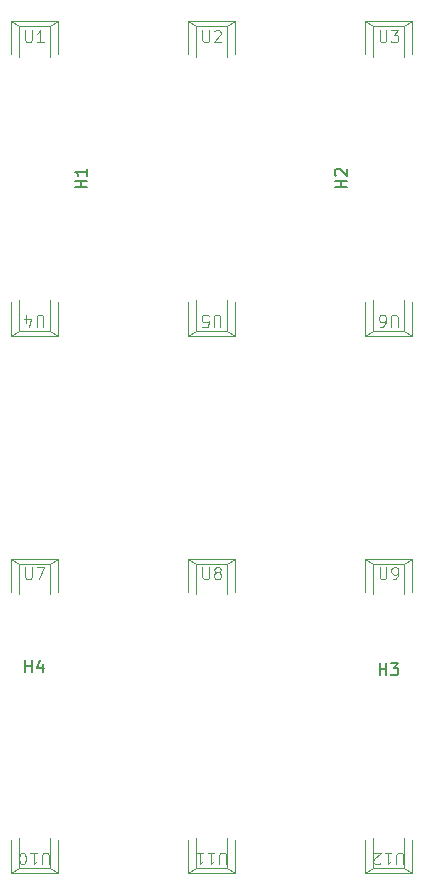
<source format=gbr>
%TF.GenerationSoftware,KiCad,Pcbnew,9.0.2*%
%TF.CreationDate,2025-06-15T15:12:45-06:00*%
%TF.ProjectId,Logic board magnetic sensor,4c6f6769-6320-4626-9f61-7264206d6167,rev?*%
%TF.SameCoordinates,Original*%
%TF.FileFunction,Legend,Top*%
%TF.FilePolarity,Positive*%
%FSLAX46Y46*%
G04 Gerber Fmt 4.6, Leading zero omitted, Abs format (unit mm)*
G04 Created by KiCad (PCBNEW 9.0.2) date 2025-06-15 15:12:45*
%MOMM*%
%LPD*%
G01*
G04 APERTURE LIST*
%ADD10C,0.100000*%
%ADD11C,0.150000*%
G04 APERTURE END LIST*
D10*
X154238094Y-105332580D02*
X154238094Y-104523057D01*
X154238094Y-104523057D02*
X154190475Y-104427819D01*
X154190475Y-104427819D02*
X154142856Y-104380200D01*
X154142856Y-104380200D02*
X154047618Y-104332580D01*
X154047618Y-104332580D02*
X153857142Y-104332580D01*
X153857142Y-104332580D02*
X153761904Y-104380200D01*
X153761904Y-104380200D02*
X153714285Y-104427819D01*
X153714285Y-104427819D02*
X153666666Y-104523057D01*
X153666666Y-104523057D02*
X153666666Y-105332580D01*
X152666666Y-104332580D02*
X153238094Y-104332580D01*
X152952380Y-104332580D02*
X152952380Y-105332580D01*
X152952380Y-105332580D02*
X153047618Y-105189723D01*
X153047618Y-105189723D02*
X153142856Y-105094485D01*
X153142856Y-105094485D02*
X153238094Y-105046866D01*
X152285713Y-105237342D02*
X152238094Y-105284961D01*
X152238094Y-105284961D02*
X152142856Y-105332580D01*
X152142856Y-105332580D02*
X151904761Y-105332580D01*
X151904761Y-105332580D02*
X151809523Y-105284961D01*
X151809523Y-105284961D02*
X151761904Y-105237342D01*
X151761904Y-105237342D02*
X151714285Y-105142104D01*
X151714285Y-105142104D02*
X151714285Y-105046866D01*
X151714285Y-105046866D02*
X151761904Y-104904009D01*
X151761904Y-104904009D02*
X152333332Y-104332580D01*
X152333332Y-104332580D02*
X151714285Y-104332580D01*
X139238094Y-105332580D02*
X139238094Y-104523057D01*
X139238094Y-104523057D02*
X139190475Y-104427819D01*
X139190475Y-104427819D02*
X139142856Y-104380200D01*
X139142856Y-104380200D02*
X139047618Y-104332580D01*
X139047618Y-104332580D02*
X138857142Y-104332580D01*
X138857142Y-104332580D02*
X138761904Y-104380200D01*
X138761904Y-104380200D02*
X138714285Y-104427819D01*
X138714285Y-104427819D02*
X138666666Y-104523057D01*
X138666666Y-104523057D02*
X138666666Y-105332580D01*
X137666666Y-104332580D02*
X138238094Y-104332580D01*
X137952380Y-104332580D02*
X137952380Y-105332580D01*
X137952380Y-105332580D02*
X138047618Y-105189723D01*
X138047618Y-105189723D02*
X138142856Y-105094485D01*
X138142856Y-105094485D02*
X138238094Y-105046866D01*
X136714285Y-104332580D02*
X137285713Y-104332580D01*
X136999999Y-104332580D02*
X136999999Y-105332580D01*
X136999999Y-105332580D02*
X137095237Y-105189723D01*
X137095237Y-105189723D02*
X137190475Y-105094485D01*
X137190475Y-105094485D02*
X137285713Y-105046866D01*
X124238094Y-105332580D02*
X124238094Y-104523057D01*
X124238094Y-104523057D02*
X124190475Y-104427819D01*
X124190475Y-104427819D02*
X124142856Y-104380200D01*
X124142856Y-104380200D02*
X124047618Y-104332580D01*
X124047618Y-104332580D02*
X123857142Y-104332580D01*
X123857142Y-104332580D02*
X123761904Y-104380200D01*
X123761904Y-104380200D02*
X123714285Y-104427819D01*
X123714285Y-104427819D02*
X123666666Y-104523057D01*
X123666666Y-104523057D02*
X123666666Y-105332580D01*
X122666666Y-104332580D02*
X123238094Y-104332580D01*
X122952380Y-104332580D02*
X122952380Y-105332580D01*
X122952380Y-105332580D02*
X123047618Y-105189723D01*
X123047618Y-105189723D02*
X123142856Y-105094485D01*
X123142856Y-105094485D02*
X123238094Y-105046866D01*
X122047618Y-105332580D02*
X121952380Y-105332580D01*
X121952380Y-105332580D02*
X121857142Y-105284961D01*
X121857142Y-105284961D02*
X121809523Y-105237342D01*
X121809523Y-105237342D02*
X121761904Y-105142104D01*
X121761904Y-105142104D02*
X121714285Y-104951628D01*
X121714285Y-104951628D02*
X121714285Y-104713533D01*
X121714285Y-104713533D02*
X121761904Y-104523057D01*
X121761904Y-104523057D02*
X121809523Y-104427819D01*
X121809523Y-104427819D02*
X121857142Y-104380200D01*
X121857142Y-104380200D02*
X121952380Y-104332580D01*
X121952380Y-104332580D02*
X122047618Y-104332580D01*
X122047618Y-104332580D02*
X122142856Y-104380200D01*
X122142856Y-104380200D02*
X122190475Y-104427819D01*
X122190475Y-104427819D02*
X122238094Y-104523057D01*
X122238094Y-104523057D02*
X122285713Y-104713533D01*
X122285713Y-104713533D02*
X122285713Y-104951628D01*
X122285713Y-104951628D02*
X122238094Y-105142104D01*
X122238094Y-105142104D02*
X122190475Y-105237342D01*
X122190475Y-105237342D02*
X122142856Y-105284961D01*
X122142856Y-105284961D02*
X122047618Y-105332580D01*
X152238095Y-80167419D02*
X152238095Y-80976942D01*
X152238095Y-80976942D02*
X152285714Y-81072180D01*
X152285714Y-81072180D02*
X152333333Y-81119800D01*
X152333333Y-81119800D02*
X152428571Y-81167419D01*
X152428571Y-81167419D02*
X152619047Y-81167419D01*
X152619047Y-81167419D02*
X152714285Y-81119800D01*
X152714285Y-81119800D02*
X152761904Y-81072180D01*
X152761904Y-81072180D02*
X152809523Y-80976942D01*
X152809523Y-80976942D02*
X152809523Y-80167419D01*
X153333333Y-81167419D02*
X153523809Y-81167419D01*
X153523809Y-81167419D02*
X153619047Y-81119800D01*
X153619047Y-81119800D02*
X153666666Y-81072180D01*
X153666666Y-81072180D02*
X153761904Y-80929323D01*
X153761904Y-80929323D02*
X153809523Y-80738847D01*
X153809523Y-80738847D02*
X153809523Y-80357895D01*
X153809523Y-80357895D02*
X153761904Y-80262657D01*
X153761904Y-80262657D02*
X153714285Y-80215038D01*
X153714285Y-80215038D02*
X153619047Y-80167419D01*
X153619047Y-80167419D02*
X153428571Y-80167419D01*
X153428571Y-80167419D02*
X153333333Y-80215038D01*
X153333333Y-80215038D02*
X153285714Y-80262657D01*
X153285714Y-80262657D02*
X153238095Y-80357895D01*
X153238095Y-80357895D02*
X153238095Y-80595990D01*
X153238095Y-80595990D02*
X153285714Y-80691228D01*
X153285714Y-80691228D02*
X153333333Y-80738847D01*
X153333333Y-80738847D02*
X153428571Y-80786466D01*
X153428571Y-80786466D02*
X153619047Y-80786466D01*
X153619047Y-80786466D02*
X153714285Y-80738847D01*
X153714285Y-80738847D02*
X153761904Y-80691228D01*
X153761904Y-80691228D02*
X153809523Y-80595990D01*
X137238095Y-80167419D02*
X137238095Y-80976942D01*
X137238095Y-80976942D02*
X137285714Y-81072180D01*
X137285714Y-81072180D02*
X137333333Y-81119800D01*
X137333333Y-81119800D02*
X137428571Y-81167419D01*
X137428571Y-81167419D02*
X137619047Y-81167419D01*
X137619047Y-81167419D02*
X137714285Y-81119800D01*
X137714285Y-81119800D02*
X137761904Y-81072180D01*
X137761904Y-81072180D02*
X137809523Y-80976942D01*
X137809523Y-80976942D02*
X137809523Y-80167419D01*
X138428571Y-80595990D02*
X138333333Y-80548371D01*
X138333333Y-80548371D02*
X138285714Y-80500752D01*
X138285714Y-80500752D02*
X138238095Y-80405514D01*
X138238095Y-80405514D02*
X138238095Y-80357895D01*
X138238095Y-80357895D02*
X138285714Y-80262657D01*
X138285714Y-80262657D02*
X138333333Y-80215038D01*
X138333333Y-80215038D02*
X138428571Y-80167419D01*
X138428571Y-80167419D02*
X138619047Y-80167419D01*
X138619047Y-80167419D02*
X138714285Y-80215038D01*
X138714285Y-80215038D02*
X138761904Y-80262657D01*
X138761904Y-80262657D02*
X138809523Y-80357895D01*
X138809523Y-80357895D02*
X138809523Y-80405514D01*
X138809523Y-80405514D02*
X138761904Y-80500752D01*
X138761904Y-80500752D02*
X138714285Y-80548371D01*
X138714285Y-80548371D02*
X138619047Y-80595990D01*
X138619047Y-80595990D02*
X138428571Y-80595990D01*
X138428571Y-80595990D02*
X138333333Y-80643609D01*
X138333333Y-80643609D02*
X138285714Y-80691228D01*
X138285714Y-80691228D02*
X138238095Y-80786466D01*
X138238095Y-80786466D02*
X138238095Y-80976942D01*
X138238095Y-80976942D02*
X138285714Y-81072180D01*
X138285714Y-81072180D02*
X138333333Y-81119800D01*
X138333333Y-81119800D02*
X138428571Y-81167419D01*
X138428571Y-81167419D02*
X138619047Y-81167419D01*
X138619047Y-81167419D02*
X138714285Y-81119800D01*
X138714285Y-81119800D02*
X138761904Y-81072180D01*
X138761904Y-81072180D02*
X138809523Y-80976942D01*
X138809523Y-80976942D02*
X138809523Y-80786466D01*
X138809523Y-80786466D02*
X138761904Y-80691228D01*
X138761904Y-80691228D02*
X138714285Y-80643609D01*
X138714285Y-80643609D02*
X138619047Y-80595990D01*
X122238095Y-80167419D02*
X122238095Y-80976942D01*
X122238095Y-80976942D02*
X122285714Y-81072180D01*
X122285714Y-81072180D02*
X122333333Y-81119800D01*
X122333333Y-81119800D02*
X122428571Y-81167419D01*
X122428571Y-81167419D02*
X122619047Y-81167419D01*
X122619047Y-81167419D02*
X122714285Y-81119800D01*
X122714285Y-81119800D02*
X122761904Y-81072180D01*
X122761904Y-81072180D02*
X122809523Y-80976942D01*
X122809523Y-80976942D02*
X122809523Y-80167419D01*
X123190476Y-80167419D02*
X123857142Y-80167419D01*
X123857142Y-80167419D02*
X123428571Y-81167419D01*
D11*
X122238095Y-89054819D02*
X122238095Y-88054819D01*
X122238095Y-88531009D02*
X122809523Y-88531009D01*
X122809523Y-89054819D02*
X122809523Y-88054819D01*
X123714285Y-88388152D02*
X123714285Y-89054819D01*
X123476190Y-88007200D02*
X123238095Y-88721485D01*
X123238095Y-88721485D02*
X123857142Y-88721485D01*
X152238095Y-89304819D02*
X152238095Y-88304819D01*
X152238095Y-88781009D02*
X152809523Y-88781009D01*
X152809523Y-89304819D02*
X152809523Y-88304819D01*
X153190476Y-88304819D02*
X153809523Y-88304819D01*
X153809523Y-88304819D02*
X153476190Y-88685771D01*
X153476190Y-88685771D02*
X153619047Y-88685771D01*
X153619047Y-88685771D02*
X153714285Y-88733390D01*
X153714285Y-88733390D02*
X153761904Y-88781009D01*
X153761904Y-88781009D02*
X153809523Y-88876247D01*
X153809523Y-88876247D02*
X153809523Y-89114342D01*
X153809523Y-89114342D02*
X153761904Y-89209580D01*
X153761904Y-89209580D02*
X153714285Y-89257200D01*
X153714285Y-89257200D02*
X153619047Y-89304819D01*
X153619047Y-89304819D02*
X153333333Y-89304819D01*
X153333333Y-89304819D02*
X153238095Y-89257200D01*
X153238095Y-89257200D02*
X153190476Y-89209580D01*
D10*
X137238095Y-34707419D02*
X137238095Y-35516942D01*
X137238095Y-35516942D02*
X137285714Y-35612180D01*
X137285714Y-35612180D02*
X137333333Y-35659800D01*
X137333333Y-35659800D02*
X137428571Y-35707419D01*
X137428571Y-35707419D02*
X137619047Y-35707419D01*
X137619047Y-35707419D02*
X137714285Y-35659800D01*
X137714285Y-35659800D02*
X137761904Y-35612180D01*
X137761904Y-35612180D02*
X137809523Y-35516942D01*
X137809523Y-35516942D02*
X137809523Y-34707419D01*
X138238095Y-34802657D02*
X138285714Y-34755038D01*
X138285714Y-34755038D02*
X138380952Y-34707419D01*
X138380952Y-34707419D02*
X138619047Y-34707419D01*
X138619047Y-34707419D02*
X138714285Y-34755038D01*
X138714285Y-34755038D02*
X138761904Y-34802657D01*
X138761904Y-34802657D02*
X138809523Y-34897895D01*
X138809523Y-34897895D02*
X138809523Y-34993133D01*
X138809523Y-34993133D02*
X138761904Y-35135990D01*
X138761904Y-35135990D02*
X138190476Y-35707419D01*
X138190476Y-35707419D02*
X138809523Y-35707419D01*
X153761904Y-59792580D02*
X153761904Y-58983057D01*
X153761904Y-58983057D02*
X153714285Y-58887819D01*
X153714285Y-58887819D02*
X153666666Y-58840200D01*
X153666666Y-58840200D02*
X153571428Y-58792580D01*
X153571428Y-58792580D02*
X153380952Y-58792580D01*
X153380952Y-58792580D02*
X153285714Y-58840200D01*
X153285714Y-58840200D02*
X153238095Y-58887819D01*
X153238095Y-58887819D02*
X153190476Y-58983057D01*
X153190476Y-58983057D02*
X153190476Y-59792580D01*
X152285714Y-59792580D02*
X152476190Y-59792580D01*
X152476190Y-59792580D02*
X152571428Y-59744961D01*
X152571428Y-59744961D02*
X152619047Y-59697342D01*
X152619047Y-59697342D02*
X152714285Y-59554485D01*
X152714285Y-59554485D02*
X152761904Y-59364009D01*
X152761904Y-59364009D02*
X152761904Y-58983057D01*
X152761904Y-58983057D02*
X152714285Y-58887819D01*
X152714285Y-58887819D02*
X152666666Y-58840200D01*
X152666666Y-58840200D02*
X152571428Y-58792580D01*
X152571428Y-58792580D02*
X152380952Y-58792580D01*
X152380952Y-58792580D02*
X152285714Y-58840200D01*
X152285714Y-58840200D02*
X152238095Y-58887819D01*
X152238095Y-58887819D02*
X152190476Y-58983057D01*
X152190476Y-58983057D02*
X152190476Y-59221152D01*
X152190476Y-59221152D02*
X152238095Y-59316390D01*
X152238095Y-59316390D02*
X152285714Y-59364009D01*
X152285714Y-59364009D02*
X152380952Y-59411628D01*
X152380952Y-59411628D02*
X152571428Y-59411628D01*
X152571428Y-59411628D02*
X152666666Y-59364009D01*
X152666666Y-59364009D02*
X152714285Y-59316390D01*
X152714285Y-59316390D02*
X152761904Y-59221152D01*
X123761904Y-59792580D02*
X123761904Y-58983057D01*
X123761904Y-58983057D02*
X123714285Y-58887819D01*
X123714285Y-58887819D02*
X123666666Y-58840200D01*
X123666666Y-58840200D02*
X123571428Y-58792580D01*
X123571428Y-58792580D02*
X123380952Y-58792580D01*
X123380952Y-58792580D02*
X123285714Y-58840200D01*
X123285714Y-58840200D02*
X123238095Y-58887819D01*
X123238095Y-58887819D02*
X123190476Y-58983057D01*
X123190476Y-58983057D02*
X123190476Y-59792580D01*
X122285714Y-59459247D02*
X122285714Y-58792580D01*
X122523809Y-59840200D02*
X122761904Y-59125914D01*
X122761904Y-59125914D02*
X122142857Y-59125914D01*
X138761904Y-59792580D02*
X138761904Y-58983057D01*
X138761904Y-58983057D02*
X138714285Y-58887819D01*
X138714285Y-58887819D02*
X138666666Y-58840200D01*
X138666666Y-58840200D02*
X138571428Y-58792580D01*
X138571428Y-58792580D02*
X138380952Y-58792580D01*
X138380952Y-58792580D02*
X138285714Y-58840200D01*
X138285714Y-58840200D02*
X138238095Y-58887819D01*
X138238095Y-58887819D02*
X138190476Y-58983057D01*
X138190476Y-58983057D02*
X138190476Y-59792580D01*
X137238095Y-59792580D02*
X137714285Y-59792580D01*
X137714285Y-59792580D02*
X137761904Y-59316390D01*
X137761904Y-59316390D02*
X137714285Y-59364009D01*
X137714285Y-59364009D02*
X137619047Y-59411628D01*
X137619047Y-59411628D02*
X137380952Y-59411628D01*
X137380952Y-59411628D02*
X137285714Y-59364009D01*
X137285714Y-59364009D02*
X137238095Y-59316390D01*
X137238095Y-59316390D02*
X137190476Y-59221152D01*
X137190476Y-59221152D02*
X137190476Y-58983057D01*
X137190476Y-58983057D02*
X137238095Y-58887819D01*
X137238095Y-58887819D02*
X137285714Y-58840200D01*
X137285714Y-58840200D02*
X137380952Y-58792580D01*
X137380952Y-58792580D02*
X137619047Y-58792580D01*
X137619047Y-58792580D02*
X137714285Y-58840200D01*
X137714285Y-58840200D02*
X137761904Y-58887819D01*
X122238095Y-34707419D02*
X122238095Y-35516942D01*
X122238095Y-35516942D02*
X122285714Y-35612180D01*
X122285714Y-35612180D02*
X122333333Y-35659800D01*
X122333333Y-35659800D02*
X122428571Y-35707419D01*
X122428571Y-35707419D02*
X122619047Y-35707419D01*
X122619047Y-35707419D02*
X122714285Y-35659800D01*
X122714285Y-35659800D02*
X122761904Y-35612180D01*
X122761904Y-35612180D02*
X122809523Y-35516942D01*
X122809523Y-35516942D02*
X122809523Y-34707419D01*
X123809523Y-35707419D02*
X123238095Y-35707419D01*
X123523809Y-35707419D02*
X123523809Y-34707419D01*
X123523809Y-34707419D02*
X123428571Y-34850276D01*
X123428571Y-34850276D02*
X123333333Y-34945514D01*
X123333333Y-34945514D02*
X123238095Y-34993133D01*
X152238095Y-34707419D02*
X152238095Y-35516942D01*
X152238095Y-35516942D02*
X152285714Y-35612180D01*
X152285714Y-35612180D02*
X152333333Y-35659800D01*
X152333333Y-35659800D02*
X152428571Y-35707419D01*
X152428571Y-35707419D02*
X152619047Y-35707419D01*
X152619047Y-35707419D02*
X152714285Y-35659800D01*
X152714285Y-35659800D02*
X152761904Y-35612180D01*
X152761904Y-35612180D02*
X152809523Y-35516942D01*
X152809523Y-35516942D02*
X152809523Y-34707419D01*
X153190476Y-34707419D02*
X153809523Y-34707419D01*
X153809523Y-34707419D02*
X153476190Y-35088371D01*
X153476190Y-35088371D02*
X153619047Y-35088371D01*
X153619047Y-35088371D02*
X153714285Y-35135990D01*
X153714285Y-35135990D02*
X153761904Y-35183609D01*
X153761904Y-35183609D02*
X153809523Y-35278847D01*
X153809523Y-35278847D02*
X153809523Y-35516942D01*
X153809523Y-35516942D02*
X153761904Y-35612180D01*
X153761904Y-35612180D02*
X153714285Y-35659800D01*
X153714285Y-35659800D02*
X153619047Y-35707419D01*
X153619047Y-35707419D02*
X153333333Y-35707419D01*
X153333333Y-35707419D02*
X153238095Y-35659800D01*
X153238095Y-35659800D02*
X153190476Y-35612180D01*
D11*
X149454819Y-48011904D02*
X148454819Y-48011904D01*
X148931009Y-48011904D02*
X148931009Y-47440476D01*
X149454819Y-47440476D02*
X148454819Y-47440476D01*
X148550057Y-47011904D02*
X148502438Y-46964285D01*
X148502438Y-46964285D02*
X148454819Y-46869047D01*
X148454819Y-46869047D02*
X148454819Y-46630952D01*
X148454819Y-46630952D02*
X148502438Y-46535714D01*
X148502438Y-46535714D02*
X148550057Y-46488095D01*
X148550057Y-46488095D02*
X148645295Y-46440476D01*
X148645295Y-46440476D02*
X148740533Y-46440476D01*
X148740533Y-46440476D02*
X148883390Y-46488095D01*
X148883390Y-46488095D02*
X149454819Y-47059523D01*
X149454819Y-47059523D02*
X149454819Y-46440476D01*
X127454819Y-48011904D02*
X126454819Y-48011904D01*
X126931009Y-48011904D02*
X126931009Y-47440476D01*
X127454819Y-47440476D02*
X126454819Y-47440476D01*
X127454819Y-46440476D02*
X127454819Y-47011904D01*
X127454819Y-46726190D02*
X126454819Y-46726190D01*
X126454819Y-46726190D02*
X126597676Y-46821428D01*
X126597676Y-46821428D02*
X126692914Y-46916666D01*
X126692914Y-46916666D02*
X126740533Y-47011904D01*
D10*
%TO.C,U12*%
X155000000Y-106050000D02*
X155000000Y-103250000D01*
X154300000Y-105650000D02*
X155000000Y-106050000D01*
X154300000Y-105650000D02*
X154300000Y-103050000D01*
X154300000Y-105650000D02*
X151700000Y-105650000D01*
X151700000Y-105650000D02*
X151700000Y-103050000D01*
X151000000Y-106060000D02*
X155000000Y-106060000D01*
X151000000Y-106060000D02*
X151700000Y-105650000D01*
X151000000Y-103250000D02*
X151000000Y-106060000D01*
%TO.C,U11*%
X140000000Y-106050000D02*
X140000000Y-103250000D01*
X139300000Y-105650000D02*
X140000000Y-106050000D01*
X139300000Y-105650000D02*
X139300000Y-103050000D01*
X139300000Y-105650000D02*
X136700000Y-105650000D01*
X136700000Y-105650000D02*
X136700000Y-103050000D01*
X136000000Y-106060000D02*
X140000000Y-106060000D01*
X136000000Y-106060000D02*
X136700000Y-105650000D01*
X136000000Y-103250000D02*
X136000000Y-106060000D01*
%TO.C,U10*%
X125000000Y-106050000D02*
X125000000Y-103250000D01*
X124300000Y-105650000D02*
X125000000Y-106050000D01*
X124300000Y-105650000D02*
X124300000Y-103050000D01*
X124300000Y-105650000D02*
X121700000Y-105650000D01*
X121700000Y-105650000D02*
X121700000Y-103050000D01*
X121000000Y-106060000D02*
X125000000Y-106060000D01*
X121000000Y-106060000D02*
X121700000Y-105650000D01*
X121000000Y-103250000D02*
X121000000Y-106060000D01*
%TO.C,U9*%
X151000000Y-79450000D02*
X151000000Y-82250000D01*
X151700000Y-79850000D02*
X151000000Y-79450000D01*
X151700000Y-79850000D02*
X151700000Y-82450000D01*
X151700000Y-79850000D02*
X154300000Y-79850000D01*
X154300000Y-79850000D02*
X154300000Y-82450000D01*
X155000000Y-79440000D02*
X151000000Y-79440000D01*
X155000000Y-79440000D02*
X154300000Y-79850000D01*
X155000000Y-82250000D02*
X155000000Y-79440000D01*
%TO.C,U8*%
X136000000Y-79450000D02*
X136000000Y-82250000D01*
X136700000Y-79850000D02*
X136000000Y-79450000D01*
X136700000Y-79850000D02*
X136700000Y-82450000D01*
X136700000Y-79850000D02*
X139300000Y-79850000D01*
X139300000Y-79850000D02*
X139300000Y-82450000D01*
X140000000Y-79440000D02*
X136000000Y-79440000D01*
X140000000Y-79440000D02*
X139300000Y-79850000D01*
X140000000Y-82250000D02*
X140000000Y-79440000D01*
%TO.C,U7*%
X121000000Y-79450000D02*
X121000000Y-82250000D01*
X121700000Y-79850000D02*
X121000000Y-79450000D01*
X121700000Y-79850000D02*
X121700000Y-82450000D01*
X121700000Y-79850000D02*
X124300000Y-79850000D01*
X124300000Y-79850000D02*
X124300000Y-82450000D01*
X125000000Y-79440000D02*
X121000000Y-79440000D01*
X125000000Y-79440000D02*
X124300000Y-79850000D01*
X125000000Y-82250000D02*
X125000000Y-79440000D01*
%TO.C,U2*%
X136000000Y-33950000D02*
X136000000Y-36750000D01*
X136700000Y-34350000D02*
X136000000Y-33950000D01*
X136700000Y-34350000D02*
X136700000Y-36950000D01*
X136700000Y-34350000D02*
X139300000Y-34350000D01*
X139300000Y-34350000D02*
X139300000Y-36950000D01*
X140000000Y-33940000D02*
X136000000Y-33940000D01*
X140000000Y-33940000D02*
X139300000Y-34350000D01*
X140000000Y-36750000D02*
X140000000Y-33940000D01*
%TO.C,U6*%
X155000000Y-60550000D02*
X155000000Y-57750000D01*
X154300000Y-60150000D02*
X155000000Y-60550000D01*
X154300000Y-60150000D02*
X154300000Y-57550000D01*
X154300000Y-60150000D02*
X151700000Y-60150000D01*
X151700000Y-60150000D02*
X151700000Y-57550000D01*
X151000000Y-60560000D02*
X155000000Y-60560000D01*
X151000000Y-60560000D02*
X151700000Y-60150000D01*
X151000000Y-57750000D02*
X151000000Y-60560000D01*
%TO.C,U4*%
X125000000Y-60550000D02*
X125000000Y-57750000D01*
X124300000Y-60150000D02*
X125000000Y-60550000D01*
X124300000Y-60150000D02*
X124300000Y-57550000D01*
X124300000Y-60150000D02*
X121700000Y-60150000D01*
X121700000Y-60150000D02*
X121700000Y-57550000D01*
X121000000Y-60560000D02*
X125000000Y-60560000D01*
X121000000Y-60560000D02*
X121700000Y-60150000D01*
X121000000Y-57750000D02*
X121000000Y-60560000D01*
%TO.C,U5*%
X140000000Y-60550000D02*
X140000000Y-57750000D01*
X139300000Y-60150000D02*
X140000000Y-60550000D01*
X139300000Y-60150000D02*
X139300000Y-57550000D01*
X139300000Y-60150000D02*
X136700000Y-60150000D01*
X136700000Y-60150000D02*
X136700000Y-57550000D01*
X136000000Y-60560000D02*
X140000000Y-60560000D01*
X136000000Y-60560000D02*
X136700000Y-60150000D01*
X136000000Y-57750000D02*
X136000000Y-60560000D01*
%TO.C,U1*%
X121000000Y-33950000D02*
X121000000Y-36750000D01*
X121700000Y-34350000D02*
X121000000Y-33950000D01*
X121700000Y-34350000D02*
X121700000Y-36950000D01*
X121700000Y-34350000D02*
X124300000Y-34350000D01*
X124300000Y-34350000D02*
X124300000Y-36950000D01*
X125000000Y-33940000D02*
X121000000Y-33940000D01*
X125000000Y-33940000D02*
X124300000Y-34350000D01*
X125000000Y-36750000D02*
X125000000Y-33940000D01*
%TO.C,U3*%
X151000000Y-33950000D02*
X151000000Y-36750000D01*
X151700000Y-34350000D02*
X151000000Y-33950000D01*
X151700000Y-34350000D02*
X151700000Y-36950000D01*
X151700000Y-34350000D02*
X154300000Y-34350000D01*
X154300000Y-34350000D02*
X154300000Y-36950000D01*
X155000000Y-33940000D02*
X151000000Y-33940000D01*
X155000000Y-33940000D02*
X154300000Y-34350000D01*
X155000000Y-36750000D02*
X155000000Y-33940000D01*
%TD*%
M02*

</source>
